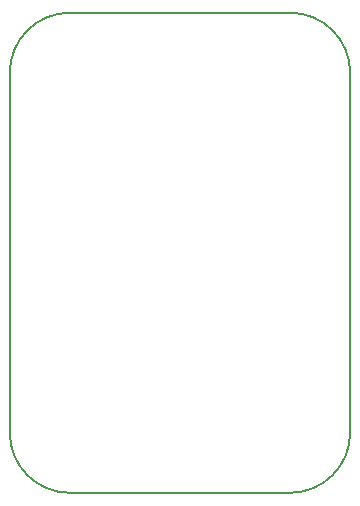
<source format=gm1>
G04 #@! TF.GenerationSoftware,KiCad,Pcbnew,8.0.4*
G04 #@! TF.CreationDate,2024-09-05T18:00:13+02:00*
G04 #@! TF.ProjectId,TGS2600,54475332-3630-4302-9e6b-696361645f70,rev?*
G04 #@! TF.SameCoordinates,Original*
G04 #@! TF.FileFunction,Profile,NP*
%FSLAX46Y46*%
G04 Gerber Fmt 4.6, Leading zero omitted, Abs format (unit mm)*
G04 Created by KiCad (PCBNEW 8.0.4) date 2024-09-05 18:00:13*
%MOMM*%
%LPD*%
G01*
G04 APERTURE LIST*
G04 #@! TA.AperFunction,Profile*
%ADD10C,0.200000*%
G04 #@! TD*
G04 APERTURE END LIST*
D10*
X136110002Y-78000000D02*
X154770002Y-78000000D01*
X136110000Y-118640000D02*
G75*
G02*
X131030000Y-113560000I0J5080000D01*
G01*
X159850002Y-83080000D02*
X159850000Y-113560000D01*
X159850000Y-113560000D02*
G75*
G02*
X154770000Y-118640000I-5080000J0D01*
G01*
X131030000Y-113560000D02*
X131030002Y-83080000D01*
X154770000Y-118640000D02*
X136110000Y-118640000D01*
X131030002Y-83080000D02*
G75*
G02*
X136110002Y-78000002I5079998J0D01*
G01*
X154770002Y-78000000D02*
G75*
G02*
X159850000Y-83080000I-2J-5080000D01*
G01*
M02*

</source>
